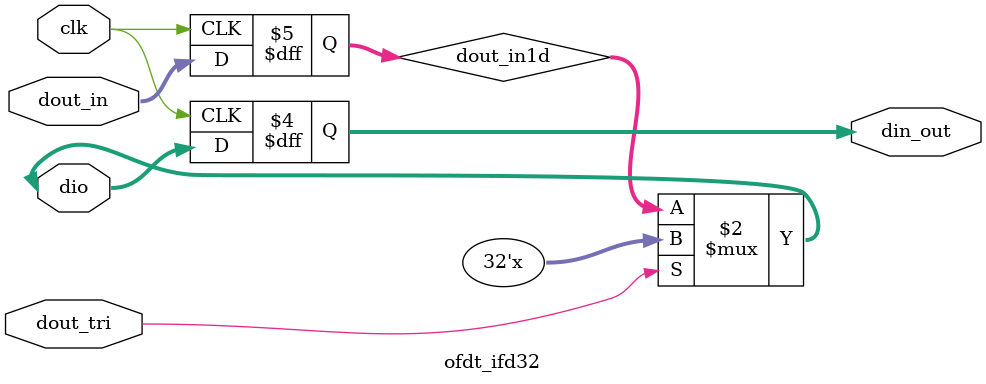
<source format=v>
`timescale 1ns / 1ns

// VCM Receiver
// 32bit oûüüoÍ üoÍ¤ÉDFFLè 

module ofdt_ifd32(dio,
                  dout_in, dout_tri, clk,
                  din_out);

    inout [31:0] dio;

    input [31:0] dout_in;
    input dout_tri;
    input clk;

    output reg [31:0] din_out;

    reg [31:0] dout_in1d;


  (* IOB = "TRUE" *)


    // dout_in1d  32bit
    always @(posedge clk) begin
      dout_in1d <= dout_in;
    end

    // dio  32bit
    assign dio = dout_tri ? 32'hzzzzzzzz : dout_in1d;

    // din_out  32bit
    always @(posedge clk) begin
      din_out <= dio;
    end

endmodule
</source>
